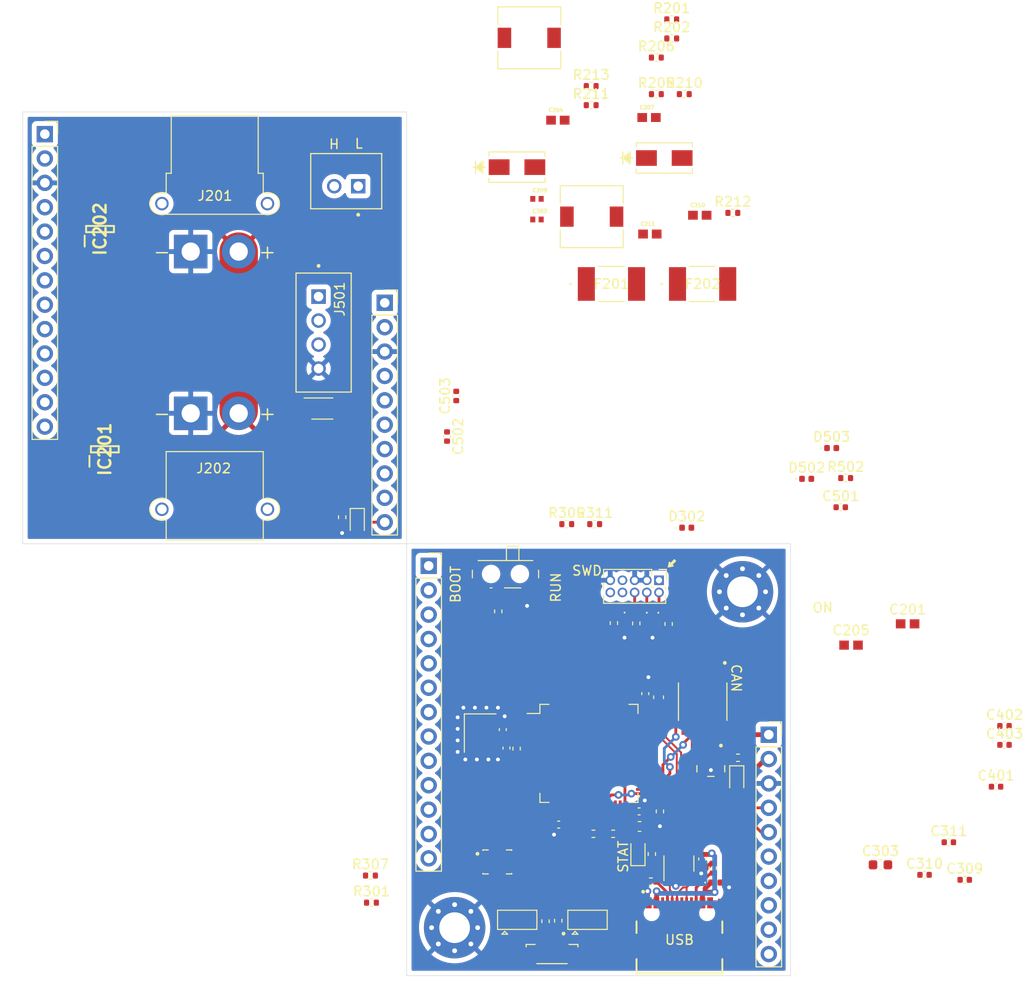
<source format=kicad_pcb>
(kicad_pcb (version 20211014) (generator pcbnew)
  (layers (0 "F.Cu" signal) (31 "B.Cu" signal) (35 "F.Paste" user) (36 "B.SilkS" user "B.Silkscreen") (37 "F.SilkS" user "F.Silkscreen") (38 "B.Mask" user) (39 "F.Mask" user) (44 "Edge.Cuts" user))
  (net 0 "")
  (net 1 "GND")
  (net 2 "+5V")
  (net 3 "+3V3")
  (net 4 "/Microcontroller/MCU_VCAP1")
  (net 5 "/Microcontroller/MCU_VCAP2")
  (net 6 "/Microcontroller/MCU_HSE_IN")
  (net 7 "/Microcontroller/MCU_HSE_OUT_R")
  (net 8 "VBUS")
  (net 9 "/Microcontroller/MCU_LED_A")
  (net 10 "/Microcontroller/MCU_LED_K")
  (net 11 "/Microcontroller/CONN_SWO")
  (net 12 "/Microcontroller/CONN_SWCLK")
  (net 13 "/Microcontroller/CONN_SWDIO")
  (net 14 "CONN_USB_D-")
  (net 15 "CONN_USB_D+")
  (net 16 "/Microcontroller/SW_BOOT0")
  (net 17 "/Microcontroller/MCU_BOOT0")
  (net 18 "/Microcontroller/MCU_HSE_OUT")
  (net 19 "/Microcontroller/MCU_BOOT1")
  (net 20 "MCU_I2C2_SCL")
  (net 21 "MCU_I2C2_SDA")
  (net 22 "MCU_SWDIO")
  (net 23 "MCU_SWCLK")
  (net 24 "MCU_SWO")
  (net 25 "MCU_CAN1_TX")
  (net 26 "MCU_CAN1_RX")
  (net 27 "MCU_USB_D+")
  (net 28 "MCU_USB_D-")
  (net 29 "IMU_INTERRUPT")
  (net 35 "10")
  (net 36 "11")
  (net 37 "MCU_USART3_TX")
  (net 38 "MCU_USART3_RX")
  (net 43 "MCU_I2C1_SDA")
  (net 44 "MCU_I2C1_SCL")
  (net 52 "35")
  (net 55 "MCU_I2C3_SDA")
  (net 56 "MCU_I2C3_SCL")
  (net 58 "16")
  (net 60 "Servo_RXD")
  (net 61 "Servo_TXD")
  (net 62 "Vdrive")
  (net 63 "Net-(C202-Pad1)")
  (net 64 "Net-(C202-Pad2)")
  (net 65 "Net-(D204-Pad1)")
  (net 66 "Net-(IC201-Pad3)")
  (net 67 "Net-(IC201-Pad4)")
  (net 68 "Net-(IC202-Pad3)")
  (net 69 "Net-(IC202-Pad4)")
  (net 73 "Net-(J401-Pad1)")
  (net 74 "Net-(J401-Pad2)")
  (net 75 "Net-(J401-Pad3)")
  (net 76 "Net-(J401-Pad4)")
  (net 86 "VS")
  (net 87 "Net-(C207-Pad2)")
  (net 88 "Net-(C209-Pad1)")
  (net 89 "Net-(C209-Pad2)")
  (net 90 "Net-(C211-Pad2)")
  (net 91 "Net-(D501-Pad1)")
  (net 92 "MCU_UART4_TX")
  (net 93 "MCU_UART4_RX")
  (net 94 "SHIELD_UART4_TX")
  (net 95 "SHIELD_UART4_RX")
  (net 96 "SHIELD_STAT_LED")
  (net 97 "MCU_CAN2L")
  (net 98 "MCU_CAN2H")
  (net 99 "SHIELD_CAN2H")
  (net 100 "SHIELD_CAN2L")
  (net 101 "MCU_CAN2_RX")
  (net 102 "MCU_CAN2_TX")
  (net 106 "Net-(J302-PadA5)")
  (net 108 "Net-(J302-PadB5)")
  (net 112 "MCU_SPI1_MISO")
  (net 113 "MCU_SPI1_MOSI")
  (net 114 "MCU_SPI1_SCK")
  (footprint "Capacitor_SMD:C_0402_1005Metric" (layer "F.Cu") (at 62.3 18.98)
    (fp_text reference "C402")
    (fp_text value "0.1u")
  )
  (footprint "Resistor_SMD:R_0402_1005Metric" (layer "F.Cu") (at 19.231999 -47.699)
    (fp_text reference "R213")
    (fp_text value "10.2k")
  )
  (footprint "SnapEDA Library:SOT95P280X100-6N" (layer "F.Cu") (at -31.95 -32.8 90)
    (fp_text reference "IC202")
    (fp_text value "ADP2301AUJZ-R7" hide)
  )
  (footprint "Resistor_SMD:R_0402_1005Metric" (layer "F.Cu") (at 16.685 -2.05)
    (fp_text reference "R309")
    (fp_text value "2k2")
  )
  (footprint "Capacitor_SMD:C_0402_1005Metric" (layer "F.Cu") (at 30.8 32.85 90)
    (fp_text reference "C312" hide)
    (fp_text value "100n")
  )
  (footprint "SnapEDA Library:C0603C105K3RACTU" (layer "F.Cu") (at 52.205001 8.34)
    (fp_text reference "C201")
    (fp_text value "1u ceramic X7R" hide)
  )
  (footprint "Resistor_SMD:R_0402_1005Metric" (layer "F.Cu") (at 23.93 8.295 90)
    (fp_text reference "R315" hide)
    (fp_text value "22R")
  )
  (footprint "Resistor_SMD:R_0402_1005Metric" (layer "F.Cu") (at 19.595 -2.05)
    (fp_text reference "R311")
    (fp_text value "2k2")
  )
  (footprint "SnapEDA Library:CAPC1005X55N" (layer "F.Cu") (at 13.581999 -33.794)
    (fp_text reference "C202")
    (fp_text value "0.1u ceramic X5R")
  )
  (footprint "Diode_SMD:D_0402_1005Metric" (layer "F.Cu") (at 44.29 -9.98)
    (fp_text reference "D503")
    (fp_text value "RCLAMP0521P-N")
  )
  (footprint "SnapEDA Library:B230A-13-F" (layer "F.Cu") (at 26.85 -40.2)
    (fp_text reference "D202" hide)
    (fp_text value "30V 2A" hide)
  )
  (footprint "Resistor_SMD:R_0402_1005Metric" (layer "F.Cu") (at 27.305 8.355 90)
    (fp_text reference "R314" hide)
    (fp_text value "22R")
  )
  (footprint "SnapEDA Library:0ZCG0050FF2C" (layer "F.Cu") (at 30.842198 -27.0762)
    (fp_text reference "F202")
    (fp_text value "0ZCG0050FF2C" hide)
  )
  (footprint "MountingHole:MountingHole_3.2mm_M3_Pad_Via" (layer "F.Cu") (at 35 5)
    (fp_text reference "H501" hide)
    (fp_text value "MountingHole_Pad")
  )
  (footprint "SnapEDA Library:CAPC1608X90N" (layer "F.Cu") (at 15.756999 -44.144)
    (fp_text reference "C204")
    (fp_text value "10u ceramic X5R")
  )
  (footprint "Capacitor_SMD:C_0402_1005Metric" (layer "F.Cu") (at 4.21 -11.18 -90)
    (fp_text reference "C502")
    (fp_text value "100n")
  )
  (footprint "Capacitor_SMD:C_0402_1005Metric" (layer "F.Cu") (at 53.97 34.495)
    (fp_text reference "C310")
    (fp_text value "100n")
  )
  (footprint "Resistor_SMD:R_0402_1005Metric" (layer "F.Cu") (at 14.475 39.325 -90)
    (fp_text reference "R402" hide)
    (fp_text value "0R")
  )
  (footprint "Connector_PinHeader_1.27mm:PinHeader_2x05_P1.27mm_Vertical" (layer "F.Cu") (at 26.3 3.8 -90)
    (fp_text reference "J301" hide)
    (fp_text value "SWD")
  )
  (footprint "Package_TO_SOT_SMD:SOT-23-6" (layer "F.Cu") (at 28.375 33.315 90)
    (fp_text reference "U302" hide)
    (fp_text value "USBLC6-2SC6")
  )
  (footprint "Resistor_SMD:R_0402_1005Metric" (layer "F.Cu") (at 25.45 35.2)
    (fp_text reference "R304" hide)
    (fp_text value "5k1")
  )
  (footprint "Resistor_SMD:R_0402_1005Metric" (layer "F.Cu") (at 26.395 27.885 -90)
    (fp_text reference "R308" hide)
    (fp_text value "10k")
  )
  (footprint "SnapEDA Library:SOT95P280X100-6N" (layer "F.Cu") (at -31.45 -9.85 90)
    (fp_text reference "IC201")
    (fp_text value "ADP2301AUJZ-R7" hide)
  )
  (footprint "Resistor_SMD:R_0402_1005Metric" (layer "F.Cu") (at 15.8 39.275 -90)
    (fp_text reference "R401" hide)
    (fp_text value "0R")
  )
  (footprint "Capacitor_SMD:C_0402_1005Metric" (layer "F.Cu") (at 45.235 -3.81)
    (fp_text reference "C501")
    (fp_text value "100n")
  )
  (footprint "SnapEDA Library:IC_ICM-42670-P" (layer "F.Cu") (at 9.45 33.15)
    (fp_text reference "U401" hide)
    (fp_text value "ICM-42670-P")
  )
  (footprint "LED_SMD:LED_0603_1608Metric" (layer "F.Cu") (at 34.4 24.62 -90)
    (fp_text reference "D204" hide)
    (fp_text value "GREEN")
  )
  (footprint "Package_SO:VSSOP-8_2.3x2mm_P0.5mm" (layer "F.Cu") (at -8.785 -14.095)
    (fp_text reference "U502" hide)
    (fp_text value "TXS0102DCU")
  )
  (footprint "Button_Switch_SMD:SW_SPDT_PCM12" (layer "F.Cu") (at 10.3 3.475 180)
    (fp_text reference "SW301" hide)
    (fp_text value "SW_SPDT")
  )
  (footprint "Resistor_SMD:R_0402_1005Metric" (layer "F.Cu") (at 31.9 33.8 90)
    (fp_text reference "R305" hide)
    (fp_text value "5k1")
  )
  (footprint "Capacitor_SMD:C_0402_1005Metric" (layer "F.Cu") (at 61.42 25.31)
    (fp_text reference "C401")
    (fp_text value "10n")
  )
  (footprint "SnapEDA Library:JST_B4B-XH-A(LF)(SN)" (layer "F.Cu") (at -8.65 -22.0125 -90)
    (fp_text reference "J501")
    (fp_text value "Conn_01x04")
  )
  (footprint "Resistor_SMD:R_0402_1005Metric" (layer "F.Cu") (at 25.555 32.33 90)
    (fp_text reference "R306" hide)
    (fp_text value "1k")
  )
  (footprint "MountingHole:MountingHole_3.2mm_M3_Pad_Via" (layer "F.Cu") (at 5 40)
    (fp_text reference "H502" hide)
    (fp_text value "MountingHole_Pad")
  )
  (footprint "Capacitor_SMD:C_0402_1005Metric" (layer "F.Cu") (at 10.021315 19.361315 90)
    (fp_text reference "C301" hide)
    (fp_text value "10p")
  )
  (footprint "Diode_SMD:D_0402_1005Metric" (layer "F.Cu") (at 32.2 35.3)
    (fp_text reference "D306" hide)
    (fp_text value "RCLAMP0521P-N")
  )
  (footprint "Resistor_SMD:R_0402_1005Metric" (layer "F.Cu") (at 26.021999 -50.669)
    (fp_text reference "R206")
    (fp_text value "10.2k")
  )
  (footprint "Capacitor_SMD:C_0402_1005Metric" (layer "F.Cu") (at 24.225 27.885)
    (fp_text reference "C307" hide)
    (fp_text value "100n")
  )
  (footprint "LED_SMD:LED_0603_1608Metric" (layer "F.Cu") (at -5.145 -2.195 -90)
    (fp_text reference "D501" hide)
    (fp_text value "GREEN")
  )
  (footprint "Jumper:SolderJumper-3_P1.3mm_Bridged12_Pad1.0x1.5mm" (layer "F.Cu") (at 11.525 39.1825)
    (fp_text reference "JP402" hide)
    (fp_text value "SolderJumper_3_Bridged12")
  )
  (footprint "SnapEDA Library:CAPC1608X90N" (layer "F.Cu") (at 25.257598 -44.4212)
    (fp_text reference "C207")
    (fp_text value "10u ceramic X5R")
  )
  (footprint "Capacitor_SMD:C_0402_1005Metric" (layer "F.Cu") (at 62.3 20.95)
    (fp_text reference "C403")
    (fp_text value "2u2")
  )
  (footprint "SnapEDA Library:CDRH5D28RHPNP-4R7NC" (layer "F.Cu") (at 12.777598 -52.7262)
    (fp_text reference "L201" hide)
    (fp_text value "4.7u 2.0A" hide)
  )
  (footprint "Connector_PinSocket_2.54mm:PinSocket_1x10_P2.54mm_Vertical" (layer "F.Cu") (at -2.283 -25.11)
    (fp_text reference "J504" hide)
    (fp_text value "Conn_01x10")
  )
  (footprint "Resistor_SMD:R_0402_1005Metric" (layer "F.Cu") (at 27.621999 -54.649)
    (fp_text reference "R201")
    (fp_text value "56k")
  )
  (footprint "Resistor_SMD:R_0402_1005Metric" (layer "F.Cu") (at 9.55 7.04 90)
    (fp_text reference "R303" hide)
    (fp_text value "10k")
  )
  (footprint "Resistor_SMD:R_0402_1005Metric" (layer "F.Cu") (at 27.621999 -52.659)
    (fp_text reference "R202")
    (fp_text value "6.8k")
  )
  (footprint "Crystal:Crystal_SMD_3225-4Pin_3.2x2.5mm" (layer "F.Cu") (at 7.665 19.725 -90)
    (fp_text reference "Y301" hide)
    (fp_text value "16MHz")
  )
  (footprint "Jumper:SolderJumper-3_P1.3mm_Bridged12_Pad1.0x1.5mm" (layer "F.Cu") (at 18.85 39.1825)
    (fp_text reference "JP401" hide)
    (fp_text value "SolderJumper_3_Bridged12")
  )
  (footprint "Capacitor_SMD:C_0402_1005Metric" (layer "F.Cu") (at 10.406315 21.286315 -90)
    (fp_text reference "C302" hide)
    (fp_text value "10p")
  )
  (footprint "Resistor_SMD:R_0402_1005Metric" (layer "F.Cu") (at -6.715 -2.77 -90)
    (fp_text reference "R501" hide)
    (fp_text value "1k")
  )
  (footprint "Resistor_SMD:R_0402_1005Metric" (layer "F.Cu") (at 28.932598 -46.8562)
    (fp_text reference "R210")
    (fp_text value "52.3k")
  )
  (footprint "Capacitor_SMD:C_0402_1005Metric" (layer "F.Cu") (at 56.5 31.1)
    (fp_text reference "C311")
    (fp_text value "100n")
  )
  (footprint "LED_SMD:LED_0603_1608Metric" (layer "F.Cu") (at 24.105 32.05 90)
    (fp_text reference "D301" hide)
    (fp_text value "BLUE")
  )
  (footprint "Resistor_SMD:R_0402_1005Metric" (layer "F.Cu") (at 33.991999 -34.484)
    (fp_text reference "R212")
    (fp_text value "56k")
  )
  (footprint "Resistor_SMD:R_0402_1005Metric" (layer "F.Cu") (at 19.465 30.22)
    (fp_text reference "R310" hide)
    (fp_text value "2k2")
  )
  (footprint "Connector_PinSocket_2.54mm:PinSocket_1x13_P2.54mm_Vertical" (layer "F.Cu") (at 2.3 2.3)
    (fp_text reference "J505" hide)
    (fp_text value "Conn_01x13")
  )
  (footprint "Capacitor_SMD:C_0603_1608Metric" (layer "F.Cu") (at 49.375 33.45)
    (fp_text reference "C303")
    (fp_text value "10u")
  )
  (footprint "SnapEDA Library:B230A-13-F" (layer "F.Cu") (at 11.5 -39.25)
    (fp_text reference "D206" hide)
    (fp_text value "30V 2A" hide)
  )
  (footprint "Connector_PinSocket_2.54mm:PinSocket_1x10_P2.54mm_Vertical" (layer "F.Cu") (at 37.74 19.89)
    (fp_text reference "J503" hide)
    (fp_text value "Conn_01x10")
  )
  (footprint "Resistor_SMD:R_0402_1005Metric" (layer "F.Cu") (at 34.53 22.295 180)
    (fp_text reference "R208" hide)
    (fp_text value "1k")
  )
  (footprint "Diode_SMD:D_0402_1005Metric" (layer "F.Cu") (at 22.71 8.255 -90)
    (fp_text reference "D303" hide)
    (fp_text value "RCLAMP0521P-N")
  )
  (footprint "Capacitor_SMD:C_0402_1005Metric" (layer "F.Cu") (at 58.155 35.015)
    (fp_text reference "C309")
    (fp_text value "100n")
  )
  (footprint "Capacitor_SMD:C_0603_1608Metric" (layer "F.Cu") (at 24.27 29.455)
    (fp_text reference "C304" hide)
    (fp_text value "2u2")
  )
  (footprint "SnapEDA Library:C0603C105K3RACTU" (layer "F.Cu") (at 46.31 10.56)
    (fp_text reference "C205")
    (fp_text value "1u ceramic X7R" hide)
  )
  (footprint "SnapEDA Library:0ZCG0050FF2C" (layer "F.Cu") (at 21.342198 -27.0762)
    (fp_text reference "F201")
    (fp_text value "0ZCG0050FF2C" hide)
  )
  (footprint "SnapEDA Library:CAPC1005X55N" (layer "F.Cu") (at 13.581999 -35.944)
    (fp_text reference "C209")
    (fp_text value "0.1u ceramic X5R")
  )
  (footprint "SnapEDA Library:SOIC127P599X175-8N" (layer "F.Cu") (at 30.85 16.45 -90)
    (fp_text reference "U501" hide)
    (fp_text value "SN65HVD232QDRQ1")
  )
  (footprint "Capacitor_SMD:C_0402_1005Metric" (layer "F.Cu") (at 24.87 15.615 90)
    (fp_text reference "C305" hide)
    (fp_text value "100n")
  )
  (footprint "SnapEDA Library:CAPC1608X90N" (layer "F.Cu") (at 30.546999 -34.239)
    (fp_text reference "C210")
    (fp_text value "10u ceramic X5R")
  )
  (footprint "Resistor_SMD:R_0402_1005Metric" (layer "F.Cu") (at -3.665 37.395)
    (fp_text reference "R301")
    (fp_text value "2k2")
  )
  (footprint "Resistor_SMD:R_0402_1005Metric" (layer "F.Cu") (at -3.77 34.57)
    (fp_text reference "R307")
    (fp_text value "2k2")
  )
  (footprint "SnapEDA Library:CAPC1608X90N" (layer "F.Cu") (at 25.346999 -32.279)
    (fp_text reference "C211")
    (fp_text value "10u ceramic X5R")
  )
  (footprint "Diode_SMD:D_0402_1005Metric" (layer "F.Cu") (at 41.685 -6.77)
    (fp_text reference "D502")
    (fp_text value "RCLAMP0521P-N")
  )
  (footprint "Diode_SMD:D_0402_1005Metric" (layer "F.Cu") (at 29.1875 -1.68)
    (fp_text reference "D302")
    (fp_text value "RCLAMP0521P-N")
  )
  (footprint "Connector_AMASS:AMASS_XT30PW-M_1x02_P2.50mm_Horizontal" (layer "F.Cu") (at -22.5 -13.6 180)
    (fp_text reference "J202")
    (fp_text value "AMASS_XT30PW-M")
  )
  (footprint "Resistor_SMD:R_0402_1005Metric" (layer "F.Cu") (at 21.6 8.26 90)
    (fp_text reference "R316" hide)
    (fp_text value "22R")
  )
  (footprint "SnapEDA Library:SOT95P280X145-5N" (layer "F.Cu") (at 31.7 23.4375 -90)
    (fp_text reference "U201" hide)
    (fp_text value "LP5907QMFX-3.3Q1")
  )
  (footprint "Diode_SMD:D_0402_1005Metric" (layer "F.Cu") (at 25.025 8.27 -90)
    (fp_text reference "D304" hide)
    (fp_text value "RCLAMP0521P-N")
  )
  (footprint "Connector_AMASS:AMASS_XT30PW-F_1x02_P2.50mm_Horizontal" (layer "F.Cu") (at -22.5 -30.45)
    (fp_text reference "J201")
    (fp_text value "AMASS_XT30PW-F")
  )
  (footprint "Resistor_SMD:R_0402_1005Metric" (layer "F.Cu") (at 26.022598 -46.8562)
    (fp_text reference "R205")
    (fp_text value "56k")
  )
  (footprint "Resistor_SMD:R_0402_1005Metric" (layer "F.Cu") (at 45.75 -6.85)
    (fp_text reference "R502")
    (fp_text value "120R")
  )
  (footprint "SnapEDA Library:CDRH5D28RHPNP-4R7NC" (layer "F.Cu") (at 19.287598 -34.0912)
    (fp_text reference "L203" hide)
    (fp_text value "4.7u 2.0A" hide)
  )
  (footprint "SnapEDA Library:GCT_USB4110-GF-A_REVB" (layer "F.Cu") (at 28.425 38.485)
    (fp_text reference "J302" hide)
    (fp_text value "USB4110-GF-A_REVB")
  )
  (footprint "Package_QFP:LQFP-64_10x10mm_P0.5mm" (layer "F.Cu") (at 19 21.84)
    (fp_text reference "U301" hide)
    (fp_text value "STM32F405RGT6")
  )
  (footprint "Diode_SMD:D_0402_1005Metric" (layer "F.Cu") (at 26.225 8.275 -90)
    (fp_text reference "D305" hide)
    (fp_text value "RCLAMP0521P-N")
  )
  (footprint "Capacitor_SMD:C_0402_1005Metric" (layer "F.Cu") (at 5.17 -15.405 90)
    (fp_text reference "C503")
    (fp_text value "100n")
  )
  (footprint "Resistor_SMD:R_0402_1005Metric" (layer "F.Cu") (at 19.231999 -45.709)
    (fp_text reference "R211")
    (fp_text value "10k")
  )
  (footprint "Connector_PinSocket_2.54mm:PinSocket_1x13_P2.54mm_Vertical" (layer "F.Cu") (at -37.7 -42.692)
    (fp_text reference "J506" hide)
    (fp_text value "Conn_01x13")
  )
  (footprint "SnapEDA Library:JST_B2B-XH-A(LF)(SN)" (layer "F.Cu") (at -6.295 -37.265)
    (fp_text reference "J502" hide)
    (fp_text value "Conn_01x02")
  )
  (footprint "Capacitor_SMD:C_0402_1005Metric" (layer "F.Cu") (at 15.845 29.26 180)
    (fp_text reference "C308" hide)
    (fp_text value "100n")
  )
  (footprint "SnapEDA Library:JST_BM04B-SURS-TF(LF)(SN)" (layer "F.Cu") (at 15.15 42.75 180)
    (fp_text reference "J401" hide)
    (fp_text value "BM04B-SURS-TFLFSN")
  )
  (footprint "Capacitor_SMD:C_0603_1608Metric" (layer "F.Cu") (at 26.255 15.99 90)
    (fp_text reference "C306" hide)
    (fp_text value "2u2")
  )
  (footprint "Resistor_SMD:R_0402_1005Metric" (layer "F.Cu") (at 21.52 30.22 180)
    (fp_text reference "R312" hide)
    (fp_text value "2k2")
  )
  (footprint "Resistor_SMD:R_0402_1005Metric" (layer "F.Cu") (at 11.46 21.345 90)
    (fp_text reference "R302" hide)
    (fp_text value "0R")
  )
  (gr_poly (pts (xy 27.367157 1.892157) (xy 27.511074 2.036073) (xy 27.899983 1.647165) (xy 28.038908 1.786091) (xy 27.65 2.175) (xy 27.791421 2.316421) (xy 27.261091 2.422487)) (layer "F.SilkS") (width 0.1) (fill solid))
  (gr_line (start -40 0) (end -40 -45) (layer "Edge.Cuts") (width 0.05))
  (gr_line (start 0 0) (end -40 0) (layer "Edge.Cuts") (width 0.05))
  (gr_line (start 40 0) (end 0 0) (layer "Edge.Cuts") (width 0.05))
  (gr_line (start 0 -45) (end 0 0) (layer "Edge.Cuts") (width 0.05))
  (gr_line (start -40 -45) (end 0 -45) (layer "Edge.Cuts") (width 0.05))
  (gr_line (start 40.0025 45) (end 40 0) (layer "Edge.Cuts") (width 0.05))
  (gr_line (start 0 45) (end 40 45) (layer "Edge.Cuts") (width 0.05))
  (gr_line (start 0 45) (end 0 0) (layer "Edge.Cuts") (width 0.05))
  (gr_text "CAN" (at 34.35 13.995 270) (layer "F.SilkS") (effects (font (size 1 1))))
  (gr_text "H\n" (at -7.555 -41.735 180) (layer "F.SilkS") (effects (font (size 1 1))))
  (gr_text "BOOT" (at 5.1 6.25 90) (layer "F.SilkS") (effects (font (size 1 1)) (justify left)))
  (gr_text "USB" (at 28.43 41.27) (layer "F.SilkS") (effects (font (size 1 1))))
  (gr_text "SWD" (at 18.8 2.8) (layer "F.SilkS") (effects (font (size 1 1))))
  (gr_text "STAT" (at 22.565 32.605 90) (layer "F.SilkS") (effects (font (size 1 1))))
  (gr_text "RUN" (at 15.55 6.2 90) (layer "F.SilkS") (effects (font (size 1 1)) (justify left)))
  (gr_text "L" (at -4.985 -41.695) (layer "F.SilkS") (effects (font (size 1 1))))
  (gr_text "ON" (at 43.36 6.66) (layer "F.SilkS") (effects (font (size 1 1))))
  (segment (start 10.216812 17.975009) (end 10.216812 17.575009) (width 0.5) (layer "F.Cu") (net 1))
  (segment (start 9.516812 17.075009) (end 8.316812 17.075009) (width 0.5) (layer "F.Cu") (net 1))
  (segment (start 8.316812 17.075009) (end 7.116812 17.075009) (width 0.5) (layer "F.Cu") (net 1))
  (segment (start 7.116812 17.075009) (end 5.916812 17.075009) (width 0.5) (layer "F.Cu") (net 1))
  (segment (start 5.916812 17.075009) (end 5.916812 17.075009) (width 0.5) (layer "F.Cu") (net 1))
  (segment (start 5.316812 18.075009) (end 5.316812 19.275009) (width 0.5) (layer "F.Cu") (net 1))
  (segment (start 5.316812 19.275009) (end 5.316812 20.475009) (width 0.5) (layer "F.Cu") (net 1))
  (segment (start 5.316812 20.475009) (end 5.316812 21.675009) (width 0.5) (layer "F.Cu") (net 1))
  (segment (start 5.316812 21.675009) (end 5.316812 21.975009) (width 0.5) (layer "F.Cu") (net 1))
  (segment (start 6.116812 22.475009) (end 7.216812 22.475009) (width 0.5) (layer "F.Cu") (net 1))
  (segment (start 7.316812 22.475009) (end 7.216812 22.475009) (width 0.5) (layer "F.Cu") (net 1))
  (segment (start 8.516812 22.475009) (end 7.316812 22.475009) (width 0.5) (layer "F.Cu") (net 1))
  (segment (start 9.516812 22.475009) (end 8.516812 22.475009) (width 0.5) (layer "F.Cu") (net 1))
  (segment (start 26.37 29.455) (end 26.395 29.43) (width 0.5) (layer "F.Cu") (net 1))
  (segment (start 23.89 37.41) (end 23.315 37.985) (width 0.5) (layer "F.Cu") (net 1))
  (segment (start 32.685 35.3) (end 33.1 35.3) (width 0.5) (layer "F.Cu") (net 1))
  (segment (start 31.625 37.41) (end 32.96 37.41) (width 0.5) (layer "F.Cu") (net 1))
  (segment (start 26.225 8.76) (end 26.225 9.175) (width 0.5) (layer "F.Cu") (net 1))
  (segment (start -6.715 -1.135) (end -6.725 -1.125) (width 0.5) (layer "F.Cu") (net 1))
  (segment (start 15.75 28.875) (end 15.365 29.26) (width 0.29337) (layer "F.Cu") (net 1))
  (segment (start 22.71 9.775) (end 22.705 9.78) (width 0.5) (layer "F.Cu") (net 1))
  (segment (start 24.815 26.74) (end 24.815 27.775) (width 0.5) (layer "F.Cu") (net 1))
  (segment (start 32.735 23.58) (end 34.02 22.295) (width 0.5) (layer "F.Cu") (net 1))
  (segment (start 31.7 23.575) (end 31.705 23.58) (width 0.5) (layer "F.Cu") (net 1))
  (segment (start 10.216812 17.575009) (end 9.716812 17.075009) (width 0.5) (layer "F.Cu") (net 1))
  (segment (start 8.771315 18.881315) (end 8.515 18.625) (width 0.5) (layer "F.Cu") (net 1))
  (segment (start 25.025 8.755) (end 25.025 9.185) (width 0.5) (layer "F.Cu") (net 1))
  (segment (start 6.465009 20.475009) (end 6.815 20.825) (width 0.5) (layer "F.Cu") (net 1))
  (segment (start 5.316812 17.675009) (end 5.916812 17.075009) (width 0.5) (layer "F.Cu") (net 1))
  (segment (start 31.9 33.29) (end 31.76 33.29) (width 0.5) (layer "F.Cu") (net 1))
  (segment (start 23.315 37.985) (end 23.315 41.915) (width 0.5) (layer "F.Cu") (net 1))
  (segment (start 26.225 9.175) (end 25.62 9.78) (width 0.5) (layer "F.Cu") (net 1))
  (segment (start 25.225 37.41) (end 23.89 37.41) (width 0.5) (layer "F.Cu") (net 1))
  (segment (start 15.365 29.26) (end 15.365 30.3) (width 0.5) (layer "F.Cu") (net 1))
  (segment (start 5.816812 22.475009) (end 6.116812 22.475009) (width 0.5) (layer "F.Cu") (net 1))
  (segment (start 24.94 35.2) (end 24.94 36.04) (width 0.5) (layer "F.Cu") (net 1))
  (segment (start 32.96 37.41) (end 33.535 37.985) (width 0.5) (layer "F.Cu") (net 1))
  (segment (start 26.395 28.395) (end 26.395 29.43) (width 0.5) (layer "F.Cu") (net 1))
  (segment (start 24.815 27.775) (end 24.705 27.885) (width 0.5) (layer "F.Cu") (net 1))
  (segment (start 22.1175 39.1825) (end 23.315 37.985) (width 0.5) (layer "F.Cu") (net 1))
  (segment (start 31.76 33.29) (end 30.7 34.35) (width 0.5) (layer "F.Cu") (net 1))
  (segment (start 15.75 27.515) (end 15.75 28.875) (width 0.29337) (layer "F.Cu") (net 1))
  (segment (start 15.365 30.3) (end 15.36 30.305) (width 0.5) (layer "F.Cu") (net 1))
  (segment (start 33.6 37.92) (end 33.535 37.985) (width 0.5) (layer "F.Cu") (net 1))
  (segment (start 33.6 35.8) (end 33.6 37.92) (width 0.5) (layer "F.Cu") (net 1))
  (segment (start 9.697621 22.475009) (end 10.406315 21.766315) (width 0.5) (layer "F.Cu") (net 1))
  (segment (start 28.375 34.4525) (end 28.375 35.325) (width 0.5) (layer "F.Cu") (net 1))
  (segment (start 12.55 6.465) (end 12.55 4.905) (width 0.5) (layer "F.Cu") (net 1))
  (segment (start 9.516812 22.475009) (end 9.697621 22.475009) (width 0.5) (layer "F.Cu") (net 1))
  (segment (start 22.71 8.74) (end 22.71 9.775) (width 0.5) (layer "F.Cu") (net 1))
  (segment (start 25.1 36.2) (end 25.1 37.285) (width 0.5) (layer "F.Cu") (net 1))
  (segment (start 24.94 36.04) (end 25.1 36.2) (width 0.5) (layer "F.Cu") (net 1))
  (segment (start 5.316812 17.675009) (end 5.316812 18.075009) (width 0.5) (layer "F.Cu") (net 1))
  (segment (start 10.021315 18.881315) (end 8.771315 18.881315) (width 0.5) (layer "F.Cu") (net 1))
  (segment (start 28.375 35.325) (end 28.05 35.65) (width 0.5) (layer "F.Cu") (net 1))
  (segment (start 30.7 33.43) (end 30.8 33.33) (width 0.5) (layer "F.Cu") (net 1))
  (segment (start 8.515 17.273197) (end 8.316812 17.075009) (width 0.5) (layer "F.Cu") (net 1))
  (segment (start 30.7 34.35) (end 30.7 33.43) (width 0.5) (layer "F.Cu") (net 1))
  (segment (start 25.025 9.185) (end 25.62 9.78) (width 0.5) (layer "F.Cu") (net 1))
  (segment (start 26.255 14.96) (end 25.195 13.9) (width 0.5) (layer "F.Cu") (net 1))
  (segment (start -6.715 -2.26) (end -6.715 -1.135) (width 0.5) (layer "F.Cu") (net 1))
  (segment (start 8.515 18.625) (end 8.515 17.273197) (width 0.5) (layer "F.Cu") (net 1))
  (segment (start 5.316812 20.475009) (end 6.465009 20.475009) (width 0.5) (layer "F.Cu") (net 1))
  (segment (start 9.716812 17.075009) (end 9.516812 17.075009) (width 0.5) (layer "F.Cu") (net 1))
  (segment (start 31.7 22.1825) (end 31.7 23.575) (width 0.5) (layer "F.Cu") (net 1))
  (segment (start 24.87 15.135) (end 24.87 14.225) (width 0.5) (layer "F.Cu") (net 1))
  (segment (start 31.705 23.58) (end 32.735 23.58) (width 0.5) (layer "F.Cu") (net 1))
  (segment (start 20.15 39.1825) (end 22.1175 39.1825) (width 0.5) (layer "F.Cu") (net 1))
  (segment (start 26.255 15.215) (end 26.255 14.96) (width 0.5) (layer "F.Cu") (net 1))
  (segment (start 10.216812 18.685818) (end 10.021315 18.881315) (width 0.5) (layer "F.Cu") (net 1))
  (segment (start 24.87 14.225) (end 25.195 13.9) (width 0.5) (layer "F.Cu") (net 1))
  (segment (start 25.045 29.455) (end 26.37 29.455) (width 0.5) (layer "F.Cu") (net 1))
  (segment (start 33.1 35.3) (end 33.6 35.8) (width 0.5) (layer "F.Cu") (net 1))
  (segment (start 5.316812 21.975009) (end 5.816812 22.475009) (width 0.5) (layer "F.Cu") (net 1))
  (segment (start 33.535 37.985) (end 33.535 41.915) (width 0.5) (layer "F.Cu") (net 1))
  (segment (start 25.1 37.285) (end 25.225 37.41) (width 0.5) (layer "F.Cu") (net 1))
  (segment (start 10.216812 17.975009) (end 10.216812 18.685818) (width 0.5) (layer "F.Cu") (net 1))
  (via (at 9.516812 17.075009) (size 0.8) (drill 0.4) (layers "F.Cu" "B.Cu") (net 1))
  (via (at 10.216812 17.975009) (size 0.8) (drill 0.4) (layers "F.Cu" "B.Cu") (net 1))
  (via (at 5.316812 18.085009) (size 0.8) (drill 0.4) (layers "F.Cu" "B.Cu") (net 1))
  (via (at 15.36 30.305) (size 0.8) (drill 0.4) (layers "F.Cu" "B.Cu") (net 1))
  (via (at 8.316812 17.075009) (size 0.8) (drill 0.4) (layers "F.Cu" "B.Cu") (net 1))
  (via (at 6.116812 22.475009) (size 0.8) (drill 0.4) (layers "F.Cu" "B.Cu") (net 1))
  (via (at 9.516812 22.475009) (size 0.8) (drill 0.4) (layers "F.Cu" "B.Cu") (net 1))
  (via (at 25.1 36.2) (size 0.8) (drill 0.4) (layers "F.Cu" "B.Cu") (net 1))
  (via (at 24.815 26.74) (size 0.8) (drill 0.4) (layers "F.Cu" "B.Cu") (net 1))
  (via (at 33.6 35.8) (size 0.8) (drill 0.4) (layers "F.Cu" "B.Cu") (net 1))
  (via (at 28.05 35.65) (size 0.8) (drill 0.4) (layers "F.Cu" "B.Cu") (net 1))
  (via (at 5.916812 17.075009) (size 0.8) (drill 0.4) (layers "F.Cu" "B.Cu") (net 1))
  (via (at 5.316812 21.685009) (size 0.8) (drill 0.4) (layers "F.Cu" "B.Cu") (net 1))
  (via (at 31.705 23.58) (size 0.8) (drill 0.4) (layers "F.Cu" "B.Cu") (net 1))
  (via (at 8.516812 22.475009) (size 0.8) (drill 0.4) (layers "F.Cu" "B.Cu") (net 1))
  (via (at 25.195 13.9) (size 0.8) (drill 0.4) (layers "F.Cu" "B.Cu") (net 1))
  (via (at 7.316812 22.475009) (size 0.8) (drill 0.4) (layers "F.Cu" "B.Cu") (net 1))
  (via (at 25.62 9.78) (size 0.8) (drill 0.4) (layers "F.Cu" "B.Cu") (net 1))
  (via (at 22.705 9.78) (size 0.8) (drill 0.4) (layers "F.Cu" "B.Cu") (net 1))
  (via (at 7.116812 17.075009) (size 0.8) (drill 0.4) (layers "F.Cu" "B.Cu") (net 1))
  (via (at 5.316812 20.485009) (size 0.8) (drill 0.4) (layers "F.Cu" "B.Cu") (net 1))
  (via (at 12.55 6.465) (size 0.8) (drill 0.4) (layers "F.Cu" "B.Cu") (net 1))
  (via (at 30.7 34.35) (size 0.8) (drill 0.4) (layers "F.Cu" "B.Cu") (net 1))
  (via (at 5.316812 19.285009) (size 0.8) (drill 0.4) (layers "F.Cu" "B.Cu") (net 1))
  (via (at 26.395 29.43) (size 0.8) (drill 0.4) (layers "F.Cu" "B.Cu") (net 1))
  (via (at -6.725 -1.125) (size 0.8) (drill 0.4) (layers "F.Cu" "B.Cu") (net 1))
  (segment (start 31.487434 21.01375) (end 30.75 21.751184) (width 0.5) (layer "F.Cu") (net 2))
  (segment (start 33.81875 21.01375) (end 31.487434 21.01375) (width 0.5) (layer "F.Cu") (net 2))
  (segment (start 34.9425 19.89) (end 37.74 19.89) (width 0.5) (layer "F.Cu") (net 2))
  (segment (start 32.65 22.1825) (end 33.81875 21.01375) (width 0.5) (layer "F.Cu") (net 2))
  (segment (start 33.81875 21.01375) (end 34.9425 19.89) (width 0.5) (layer "F.Cu") (net 2))
  (segment (start 30.75 21.751184) (end 30.75 22.1825) (width 0.5) (layer "F.Cu") (net 2))
  (segment (start 23.12 27.885) (end 22.75 27.515) (width 0.29337) (layer "F.Cu") (net 3))
  (segment (start 24.87 17.895) (end 24.675 18.09) (width 0.29337) (layer "F.Cu") (net 3))
  (segment (start 16.25 25.695) (end 16.25 27.515) (width 0.29337) (layer "F.Cu") (net 3))
  (segment (start 16.25 29.185) (end 16.325 29.26) (width 0.29337) (layer "F.Cu") (net 3))
  (segment (start 22.75 25.045) (end 20.505 22.8) (width 0.29337) (layer "F.Cu") (net 3))
  (segment (start 20.505 19.77) (end 22.185 18.09) (width 0.29337) (layer "F.Cu") (net 3))
  (segment (start 24.87 16.095) (end 24.87 17.895) (width 0.29337) (layer "F.Cu") (net 3))
  (segment (start 22.185 18.09) (end 24.675 18.09) (width 0.29337) (layer "F.Cu") (net 3))
  (segment (start 16.25 27.515) (end 16.25 29.185) (width 0.29337) (layer "F.Cu") (net 3))
  (segment (start 37.3775 22.43) (end 34.4 25.4075) (width 0.5) (layer "F.Cu") (net 3))
  (segment (start 19.145 22.8) (end 16.25 25.695) (width 0.29337) (layer "F.Cu") (net 3))
  (segment (start 23.745 27.885) (end 23.12 27.885) (width 0.29337) (layer "F.Cu") (net 3))
  (segment (start 34.4 25.4075) (end 33.365 25.4075) (width 0.5) (layer "F.Cu") (net 3))
  (segment (start 22.75 27.515) (end 22.75 25.045) (width 0.29337) (layer "F.Cu") (net 3))
  (segment (start 20.505 22.8) (end 19.145 22.8) (width 0.29337) (layer "F.Cu") (net 3))
  (segment (start 37.74 22.43) (end 37.3775 22.43) (width 0.5) (layer "F.Cu") (net 3))
  (segment (start 20.505 22.8) (end 20.505 19.77) (width 0.29337) (layer "F.Cu") (net 3))
  (segment (start 33.365 25.4075) (end 32.65 24.6925) (width 0.5) (layer "F.Cu") (net 3))
  (segment (start 23.421885 29.455) (end 23.495 29.455) (width 0.29337) (layer "F.Cu") (net 4))
  (segment (start 22.25 28.283115) (end 23.421885 29.455) (width 0.29337) (layer "F.Cu") (net 4))
  (segment (start 22.25 27.515) (end 22.25 28.283115) (width 0.29337) (layer "F.Cu") (net 4))
  (segment (start 26.255 16.765) (end 26.255 17.778115) (width 0.29337) (layer "F.Cu") (net 5))
  (segment (start 25.443115 18.59) (end 24.675 18.59) (width 0.29337) (layer "F.Cu") (net 5))
  (segment (start 26.255 17.778115) (end 25.443115 18.59) (width 0.29337) (layer "F.Cu") (net 5))
  (segment (start 10.021315 19.841315) (end 8.051315 19.841315) (width 0.29337) (layer "F.Cu") (net 6))
  (segment (start 10.27 20.09) (end 13.325 20.09) (width 0.29337) (layer "F.Cu") (net 6))
  (segment (start 8.051315 19.841315) (end 8.041315 19.851315) (width 0.29337) (layer "F.Cu") (net 6))
  (segment (start 10.021315 19.841315) (end 10.27 20.09) (width 0.29337) (layer "F.Cu") (net 6))
  (segment (start 8.041315 19.851315) (end 6.815 18.625) (width 0.29337) (layer "F.Cu") (net 6))
  (segment (start 10.406315 20.806315) (end 11.431315 20.806315) (width 0.29337) (layer "F.Cu") (net 7))
  (segment (start 10.406315 20.806315) (end 8.533685 20.806315) (width 0.29337) (layer "F.Cu") (net 7))
  (segment (start 11.431315 20.806315) (end 11.46 20.835) (width 0.29337) (layer "F.Cu") (net 7))
  (segment (start 8.533685 20.806315) (end 8.515 20.825) (width 0.29337) (layer "F.Cu") (net 7))
  (segment (start 31.106 35.909) (end 31.715 35.3) (width 0.5) (layer "F.Cu") (net 8))
  (segment (start 31.68 32.37) (end 31.8 32.25) (width 0.5) (layer "F.Cu") (net 8))
  (segment (start 31.106 36.3) (end 31.106 35.909) (width 0.5) (layer "F.Cu") (net 8))
  (segment (start 30.8 32.37) (end 31.68 32.37) (width 0.5) (layer "F.Cu") (net 8))
  (segment (start 31.106 36.3) (end 32.1 36.3) (width 0.5) (layer "F.Cu") (net 8))
  (segment (start 30.825 37.41) (end 30.825 36.581) (width 0.5) (layer "F.Cu") (net 8))
  (segment (start 26.05 37.385) (end 26.025 37.41) (width 0.5) (layer "F.Cu") (net 8))
  (segment (start 26.05 36.2) (end 26.05 37.385) (width 0.5) (layer "F.Cu") (net 8))
  (segment (start 28.375 32.975) (end 28.375 32.1775) (width 0.5) (layer "F.Cu") (net 8))
  (segment (start 29.660291 33.25) (end 28.65 33.25) (width 0.5) (layer "F.Cu") (net 8))
  (segment (start 29.660291 33.25) (end 30.540291 32.37) (width 0.5) (layer "F.Cu") (net 8))
  (segment (start 30.540291 32.37) (end 30.8 32.37) (width 0.5) (layer "F.Cu") (net 8))
  (segment (start 28.65 33.25) (end 28.375 32.975) (width 0.5) (layer "F.Cu") (net 8))
  (segment (start 30.825 36.581) (end 31.106 36.3) (width 0.5) (layer "F.Cu") (net 8))
  (via (at 32.1 36.3) (size 0.8) (drill 0.4) (layers "F.Cu" "B.Cu") (net 8))
  (via (at 26.05 36.2) (size 0.8) (drill 0.4) (layers "F.Cu" "B.Cu") (net 8))
  (via (at 31.8 32.25) (size 0.8) (drill 0.4) (layers "F.Cu" "B.Cu") (net 8))
  (segment (start 26.05 36.2) (end 26.277 36.427) (width 0.5) (layer "B.Cu") (net 8))
  (segment (start 32.1 36.3) (end 32.1 32.55) (width 0.5) (layer "B.Cu") (net 8))
  (segment (start 32.1 32.55) (end 31.8 32.25) (width 0.5) (layer "B.Cu") (net 8))
  (segment (start 31.973 36.427) (end 32.1 36.3) (width 0.5) (layer "B.Cu") (net 8))
  (segment (start 26.277 36.427) (end 31.973 36.427) (width 0.5) (layer "B.Cu") (net 8))
  (segment (start 22.71 7.77) (end 23.76 6.72) (width 0.29337) (layer "F.Cu") (net 11))
  (segment (start 23.76 6.72) (end 23.76 5.07) (width 0.29337) (layer "F.Cu") (net 11))
  (segment (start 21.6 7.75) (end 22.69 7.75) (width 0.29337) (layer "F.Cu") (net 11))
  (segment (start 22.69 7.75) (end 22.71 7.77) (width 0.29337) (layer "F.Cu") (net 11))
  (segment (start 25.025 7.785) (end 25.025 5.075) (width 0.29337) (layer "F.Cu") (net 12))
  (segment (start 25.025 5.075) (end 25.03 5.07) (width 0.29337) (layer "F.Cu") (net 12))
  (segment (start 23.93 7.785) (end 25.025 7.785) (width 0.29337) (layer "F.Cu") (net 12))
  (segment (start 26.24 7.775) (end 26.225 7.79) (width 0.29337) (layer "F.Cu") (net 13))
  (segment (start 26.225 7.79) (end 27.25 7.79) (width 0.29337) (layer "F.Cu") (net 13))
  (segment (start 26.3 5.07) (end 26.3 7.715) (width 0.29337) (layer "F.Cu") (net 13))
  (segment (start 27.25 7.79) (end 27.305 7.845) (width 0.29337) (layer "F.Cu") (net 13))
  (segment (start 27.675 38.05) (end 27.675 37.41) (width 0.2) (layer "F.Cu") (net 14))
  (segment (start 27.837 38.212) (end 27.675 38.05) (width 0.2) (layer "F.Cu") (net 14))
  (segment (start 28.675 38.07) (end 28.533 38.212) (width 0.2) (layer "F.Cu") (net 14))
  (segment (start 28.675 37.41) (end 28.675 38.07) (width 0.2) (layer "F.Cu") (net 14))
  (segment (start 27.425 34.4525) (end 27.425 36.08) (width 0.2) (layer "F.Cu") (net 14))
  (segment (start 27.675 36.33) (end 27.675 37.41) (width 0.2) (layer "F.Cu") (net 14))
  (segment (start 28.533 38.212) (end 27.837 38.212) (width 0.2) (layer "F.Cu") (net 14))
  (segment (start 27.425 36.08) (end 27.675 36.33) (width 0.2) (layer "F.Cu") (net 14))
  (segment (start 29.175 37.41) (end 29.175 35.805) (width 0.2) (layer "F.Cu") (net 15))
  (segment (start 28.81 35.805) (end 28.175 36.44) (width 0.2) (layer "F.Cu") (net 15))
  (segment (start 29.175 35.805) (end 29.325 35.655) (width 0.2) (layer "F.Cu") (net 15))
  (segment (start 29.175 35.805) (end 28.81 35.805) (width 0.2) (layer "F.Cu") (net 15))
  (segment (start 28.175 37.41) (end 28.175 36.44) (width 0.2) (layer "F.Cu") (net 15))
  (segment (start 29.325 35.655) (end 29.325 34.4525) (width 0.2) (layer "F.Cu") (net 15))
  (segment (start 9.55 4.905) (end 9.55 6.53) (width 0.29337) (layer "F.Cu") (net 16))
  (segment (start 17.25 15.25) (end 17.25 16.165) (width 0.29337) (layer "F.Cu") (net 17))
  (segment (start 9.55 7.55) (end 17.25 15.25) (width 0.29337) (layer "F.Cu") (net 17))
  (segment (start 12.053685 21.0932) (end 12.053685 21.261315) (width 0.29337) (layer "F.Cu") (net 18))
  (segment (start 12.053685 21.261315) (end 11.46 21.855) (width 0.29337) (layer "F.Cu") (net 18))
  (segment (start 13.325 20.59) (end 12.556885 20.59) (width 0.29337) (layer "F.Cu") (net 18))
  (segment (start 12.556885 20.59) (end 12.053685 21.0932) (width 0.29337) (layer "F.Cu") (net 18))
  (segment (start 22.076815 26.165) (end 21.331885 26.165) (width 0.29337) (layer "F.Cu") (net 19))
  (segment (start 20.75 26.746885) (end 20.75 27.515) (width 0.29337) (layer "F.Cu") (net 19))
  (segment (start 23.423185 26.035) (end 25.062735 26.035) (width 0.29337) (layer "F.Cu") (net 19))
  (segment (start 21.331885 26.165) (end 20.75 26.746885) (width 0.29337) (layer "F.Cu") (net 19))
  (segment (start 26.395 27.367265) (end 26.395 27.375) (width 0.29337) (layer "F.Cu") (net 19))
  (segment (start 25.062735 26.035) (end 26.395 27.367265) (width 0.29337) (layer "F.Cu") (net 19))
  (via (at 22.076815 26.165) (size 0.8) (drill 0.4) (layers "F.Cu" "B.Cu") (net 19))
  (via (at 23.423185 26.035) (size 0.8) (drill 0.4) (layers "F.Cu" "B.Cu") (net 19))
  (segment (start 23.293185 26.165) (end 23.423185 26.035) (width 0.29337) (layer "B.Cu") (net 19))
  (segment (start 22.076815 26.165) (end 23.293185 26.165) (width 0.29337) (layer "B.Cu") (net 19))
  (segment (start 14.475 37.001842) (end 19.98 31.496842) (width 0.25) (layer "F.Cu") (net 20))
  (segment (start 14.475 38.815) (end 14.475 37.001842) (width 0.25) (layer "F.Cu") (net 20))
  (segment (start 15.8 36.21) (end 15.8 38.765) (width 0.25) (layer "F.Cu") (net 21))
  (segment (start 21.015 30.995) (end 15.8 36.21) (width 0.25) (layer "F.Cu") (net 21))
  (segment (start 27.305 18.23) (end 26.445 19.09) (width 0.29337) (layer "F.Cu") (net 22))
  (segment (start 27.305 8.865) (end 27.305 18.23) (width 0.29337) (layer "F.Cu") (net 22))
  (segment (start 26.445 19.09) (end 24.675 19.09) (width 0.29337) (layer "F.Cu") (net 22))
  (segment (start 23.93 8.805) (end 23.93 9.74) (width 0.29337) (layer "F.Cu") (net 23))
  (segment (start 23.935 9.745) (end 22.75 10.93) (width 0.29337) (layer "F.Cu") (net 23))
  (segment (start 22.75 10.93) (end 22.75 16.165) (width 0.29337) (layer "F.Cu") (net 23))
  (segment (start 23.93 9.74) (end 23.935 9.745) (width 0.29337) (layer "F.Cu") (net 23))
  (segment (start 21.6 8.77) (end 19.75 10.62) (width 0.29337) (layer "F.Cu") (net 24))
  (segment (start 19.75 10.62) (end 19.75 16.165) (width 0.29337) (layer "F.Cu") (net 24))
  (segment (start 24.685 19.6) (end 24.675 19.59) (width 0.2) (layer "F.Cu") (net 27))
  (segment (start 29.325 32.1775) (end 28.902 31.7545) (width 0.2) (layer "F.Cu") (net 27))
  (segment (start 28.600001 31.206842) (end 28.600001 21.745001) (width 0.2) (layer "F.Cu") (net 27))
  (segment (start 28.902 31.508841) (end 28.600001 31.206842) (width 0.2) (layer "F.Cu") (net 27))
  (segment (start 26.455 19.6) (end 24.685 19.6) (width 0.2) (layer "F.Cu") (net 27))
  (segment (start 28.600001 21.745001) (end 26.455 19.6) (width 0.2) (layer "F.Cu") (net 27))
  (segment (start 28.902 31.7545) (end 28.902 31.508841) (width 0.2) (layer "F.Cu") (net 27))
  (segment (start 28.149999 21.909999) (end 26.34 20.1) (width 0.2) (layer "F.Cu") (net 28))
  (segment (start 24.685 20.1) (end 24.675 20.09) (width 0.2) (layer "F.Cu") (net 28))
  (segment (start 27.425 32.1775) (end 27.848 31.7545) (width 0.2) (layer "F.Cu") (net 28))
  (segment (start 27.848 31.7545) (end 27.848 31.508841) (width 0.2) (layer "F.Cu") (net 28))
  (segment (start 27.848 31.508841) (end 28.149999 31.206842) (width 0.2) (layer "F.Cu") (net 28))
  (segment (start 26.34 20.1) (end 24.685 20.1) (width 0.2) (layer "F.Cu") (net 28))
  (segment (start 28.149999 31.206842) (end 28.149999 21.909999) (width 0.2) (layer "F.Cu") (net 28))
  (segment (start -5.145 -1.4075) (end -4.3025 -2.25) (width 0.29337) (layer "F.Cu") (net 52))
  (segment (start -4.3025 -2.25) (end -2.283 -2.25) (width 0.29337) (layer "F.Cu") (net 52))
  (segment (start 35.04 22.295) (end 35.04 23.1925) (width 0.29337) (layer "F.Cu") (net 65))
  (segment (start 35.04 23.1925) (end 34.4 23.8325) (width 0.29337) (layer "F.Cu") (net 65))
  (segment (start 16.35 41.8) (end 16.85 41.8) (width 0.25) (layer "F.Cu") (net 73))
  (segment (start 18.85 39.8) (end 18.85 39.1825) (width 0.25) (layer "F.Cu") (net 73))
  (segment (start 16.85 41.8) (end 18.85 39.8) (width 0.25) (layer "F.Cu") (net 73))
  (segment (start 15.55 41.8) (end 15.55 40.035) (width 0.25) (layer "F.Cu") (net 74))
  (segment (start 15.55 40.035) (end 15.8 39.785) (width 0.25) (layer "F.Cu") (net 74))
  (segment (start 14.75 40.11) (end 14.475 39.835) (width 0.25) (layer "F.Cu") (net 75))
  (segment (start 14.75 41.8) (end 14.75 40.11) (width 0.25) (layer "F.Cu") (net 75))
  (segment (start 11.525 39.875) (end 11.525 39.1825) (width 0.25) (layer "F.Cu") (net 76))
  (segment (start 13.45 41.8) (end 11.525 39.875) (width 0.25) (layer "F.Cu") (net 76))
  (segment (start 13.95 41.8) (end 13.45 41.8) (width 0.25) (layer "F.Cu") (net 76))
  (segment (start -17.5 -30.45) (end -17.5 -13.88) (width 4) (layer "F.Cu") (net 86))
  (segment (start -5.145 -2.9825) (end -6.4175 -2.9825) (width 0.29337) (layer "F.Cu") (net 91))
  (segment (start -6.4175 -2.9825) (end -6.715 -3.28) (width 0.29337) (layer "F.Cu") (net 91))
  (segment (start 31.50037 27.93037) (end 29.760945 26.190945) (width 0.29337) (layer "F.Cu") (net 97))
  (segment (start 36.94 30.05) (end 34.82037 27.93037) (width 0.29337) (layer "F.Cu") (net 97))
  (segment (start 29.760945 20.474054) (end 30.215 20.02) (width 0.29337) (layer "F.Cu") (net 97))
  (segment (start 29.760945 26.190945) (end 29.760945 20.474054) (width 0.29337) (layer "F.Cu") (net 97))
  (segment (start 37.74 30.05) (end 36.94 30.05) (width 0.29337) (layer "F.Cu") (net 97))
  (segment (start 30.215 20.02) (end 30.215 18.92) (width 0.29337) (layer "F.Cu") (net 97))
  (segment (start 34.82037 27.93037) (end 31.50037 27.93037) (width 0.29337) (layer "F.Cu") (net 97))
  (segment (start 31.485 19.344492) (end 30.181315 20.648177) (width 0.29337) (layer "F.Cu") (net 98))
  (segment (start 31.674492 27.51) (end 37.74 27.51) (width 0.29337) (layer "F.Cu") (net 98))
  (segment (start 30.181315 26.016823) (end 31.674492 27.51) (width 0.29337) (layer "F.Cu") (net 98))
  (segment (start 30.181315 20.648177) (end 30.181315 26.016823) (width 0.29337) (layer "F.Cu") (net 98))
  (segment (start 31.485 18.92) (end 31.485 19.344492) (width 0.29337) (layer "F.Cu") (net 98))
  (segment (start 28.945 13.98) (end 28.945 17.17) (width 0.29337) (layer "F.Cu") (net 101))
  (segment (start 27.43 23.949492) (end 25.789492 25.59) (width 0.29337) (layer "F.Cu") (net 101))
  (segment (start 27.43 23.255527) (end 27.43 23.949492) (width 0.29337) (layer "F.Cu") (net 101))
  (segment (start 28.05 18.065) (end 28.05 20.12) (width 0.29337) (layer "F.Cu") (net 101))
  (segment (start 27.434356 23.251171) (end 27.43 23.255527) (width 0.29337) (layer "F.Cu") (net 101))
  (segment (start 25.789492 25.59) (end 24.675 25.59) (width 0.29337) (layer "F.Cu") (net 101))
  (segment (start 28.945 17.17) (end 28.05 18.065) (width 0.29337) (layer "F.Cu") (net 101))
  (via (at 28.05 20.12) (size 0.8) (drill 0.4) (layers "F.Cu" "B.Cu") (net 101))
  (via (at 27.434356 23.251171) (size 0.8) (drill 0.4) (layers "F.Cu" "B.Cu") (net 101))
  (segment (start 26.849814 22.666629) (end 27.434356 23.251171) (width 0.29337) (layer "B.Cu") (net 101))
  (segment (start 26.849814 21.320186) (end 26.849814 22.666629) (width 0.29337) (layer "B.Cu") (net 101))
  (segment (start 28.05 20.12) (end 26.849814 21.320186) (width 0.29337) (layer "B.Cu") (net 101))
  (segment (start 28.81 20.825076) (end 29.641315 19.993761) (width 0.29337) (layer "F.Cu") (net 102))
  (segment (start 32.755 14.357446) (end 32.755 13.98) (width 0.29337) (layer "F.Cu") (net 102))
  (segment (start 29.641315 17.471131) (end 32.755 14.357446) (width 0.29337) (layer "F.Cu") (net 102))
  (segment (start 28.81 20.95) (end 28.81 20.825076) (width 0.29337) (layer "F.Cu") (net 102))
  (segment (start 26.705 24.08) (end 26.705 23.028499) (width 0.29337) (layer "F.Cu") (net 102))
  (segment (start 24.675 25.09) (end 25.695 25.09) (width 0.29337) (layer "F.Cu") (net 102))
  (segment (start 25.695 25.09) (end 26.705 24.08) (width 0.29337) (layer "F.Cu") (net 102))
  (segment (start 29.641315 19.993761) (end 29.641315 17.471131) (width 0.29337) (layer "F.Cu") (net 102))
  (segment (start 26.705 23.028499) (end 27.523499 22.21) (width 0.29337) (layer "F.Cu") (net 102))
  (via (at 28.81 20.95) (size 0.8) (drill 0.4) (layers "F.Cu" "B.Cu") (net 102))
  (via (at 27.523499 22.21) (size 0.8) (drill 0.4) (layers "F.Cu" "B.Cu") (net 102))
  (segment (start 27.55 22.21) (end 28.81 20.95) (width 0.29337) (layer "B.Cu") (net 102))
  (segment (start 27.523499 22.21) (end 27.55 22.21) (width 0.29337) (layer "B.Cu") (net 102))
  (segment (start 25.96 35.2) (end 26.01653 35.2) (width 0.29337) (layer "F.Cu") (net 106))
  (segment (start 26.01653 35.2) (end 27.175 36.35847) (width 0.29337) (layer "F.Cu") (net 106))
  (segment (start 27.175 36.35847) (end 27.175 37.41) (width 0.29337) (layer "F.Cu") (net 106))
  (segment (start 31.692735 34.31) (end 31.9 34.31) (width 0.29337) (layer "F.Cu") (net 108))
  (segment (start 30.175 37.41) (end 30.175 35.827735) (width 0.29337) (layer "F.Cu") (net 108))
  (segment (start 30.175 35.827735) (end 31.692735 34.31) (width 0.29337) (layer "F.Cu") (net 108))
  (zone (net 86) (net_name "VS") (layer "F.Cu") (connect_pads (clearance 0.508)) (min_thickness 0.254) (fill yes (thermal_gap 0.508) (thermal_bridge_width 0.508))
    (polygon (pts (xy -20.040325 -10.80588) (xy -20.071832 -33.282854) (xy -14.815036 -33.277341) (xy -14.874538 -10.954776)))
  )
  (zone (net 1) (net_name "GND") (layer "B.Cu") (connect_pads (clearance 0.508)) (min_thickness 0.254) (fill yes (thermal_gap 0.508) (thermal_bridge_width 0.508))
    (polygon (pts (xy 40.179731 45.503264) (xy -0.036939 45.490321) (xy -0.00701 -0.523782) (xy 40.172848 -0.460848)))
  )
  (zone (net 1) (net_name "GND") (layer "B.Cu") (connect_pads (clearance 0.508)) (min_thickness 0.254) (fill yes (thermal_gap 0.508) (thermal_bridge_width 0.508))
    (polygon (pts (xy 0.665597 0.67394) (xy -40.62 0.68) (xy -40.797487 -45.391091) (xy 0.4 -45.5)))
  )
)
</source>
